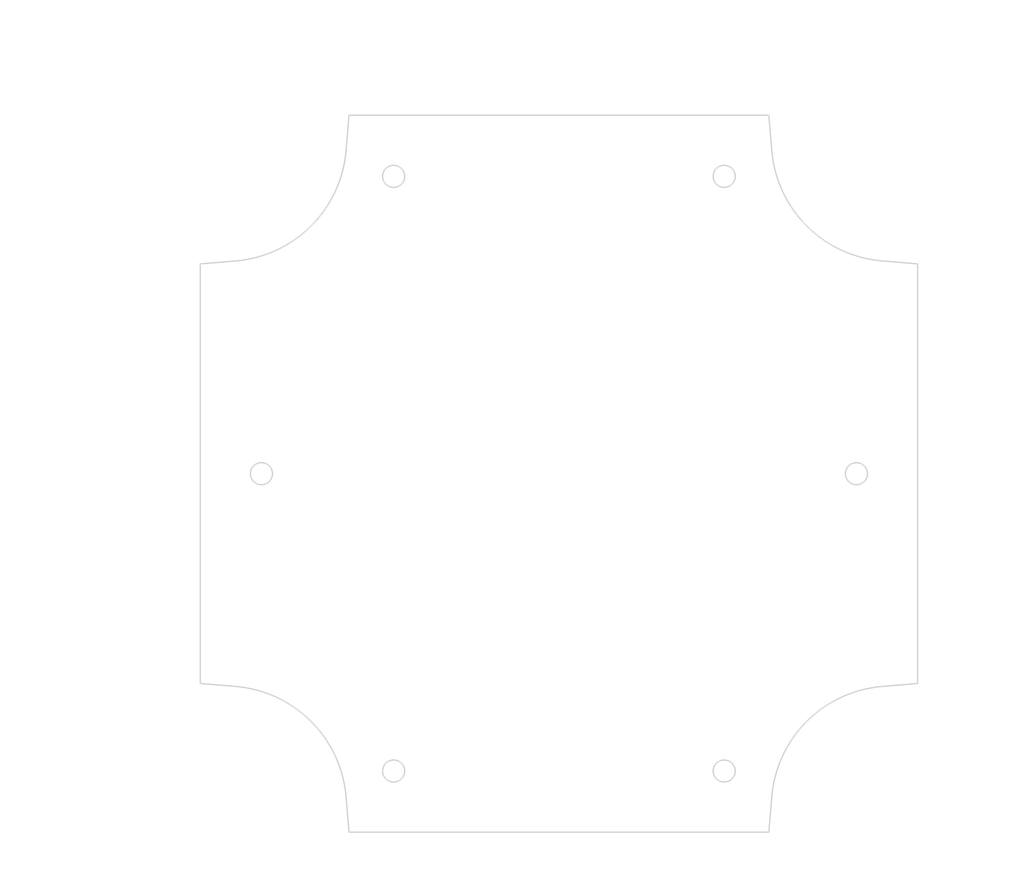
<source format=kicad_pcb>
(kicad_pcb (version 20171130) (host pcbnew "(5.1.0)-1")

  (general
    (thickness 1.6)
    (drawings 72)
    (tracks 0)
    (zones 0)
    (modules 0)
    (nets 1)
  )

  (page A4)
  (layers
    (0 F.Cu signal)
    (31 B.Cu signal)
    (32 B.Adhes user)
    (33 F.Adhes user)
    (34 B.Paste user)
    (35 F.Paste user)
    (36 B.SilkS user)
    (37 F.SilkS user)
    (38 B.Mask user)
    (39 F.Mask user)
    (40 Dwgs.User user)
    (41 Cmts.User user)
    (42 Eco1.User user)
    (43 Eco2.User user)
    (44 Edge.Cuts user)
    (45 Margin user)
    (46 B.CrtYd user)
    (47 F.CrtYd user)
    (48 B.Fab user)
    (49 F.Fab user)
  )

  (setup
    (last_trace_width 0.25)
    (trace_clearance 0.2)
    (zone_clearance 0.508)
    (zone_45_only no)
    (trace_min 0.2)
    (via_size 0.8)
    (via_drill 0.4)
    (via_min_size 0.4)
    (via_min_drill 0.3)
    (uvia_size 0.3)
    (uvia_drill 0.1)
    (uvias_allowed no)
    (uvia_min_size 0.2)
    (uvia_min_drill 0.1)
    (edge_width 0.05)
    (segment_width 0.2)
    (pcb_text_width 0.3)
    (pcb_text_size 1.5 1.5)
    (mod_edge_width 0.12)
    (mod_text_size 1 1)
    (mod_text_width 0.15)
    (pad_size 1.524 1.524)
    (pad_drill 0.762)
    (pad_to_mask_clearance 0.051)
    (solder_mask_min_width 0.25)
    (aux_axis_origin 0 0)
    (visible_elements FFFFFF7F)
    (pcbplotparams
      (layerselection 0x010fc_ffffffff)
      (usegerberextensions false)
      (usegerberattributes false)
      (usegerberadvancedattributes false)
      (creategerberjobfile false)
      (excludeedgelayer true)
      (linewidth 0.152400)
      (plotframeref false)
      (viasonmask false)
      (mode 1)
      (useauxorigin false)
      (hpglpennumber 1)
      (hpglpenspeed 20)
      (hpglpendiameter 15.000000)
      (psnegative false)
      (psa4output false)
      (plotreference true)
      (plotvalue true)
      (plotinvisibletext false)
      (padsonsilk false)
      (subtractmaskfromsilk false)
      (outputformat 1)
      (mirror false)
      (drillshape 1)
      (scaleselection 1)
      (outputdirectory ""))
  )

  (net 0 "")

  (net_class Default "This is the default net class."
    (clearance 0.2)
    (trace_width 0.25)
    (via_dia 0.8)
    (via_drill 0.4)
    (uvia_dia 0.3)
    (uvia_drill 0.1)
  )

  (gr_line (start 203.428275 128.633076) (end 203.428275 65.133076) (layer Edge.Cuts) (width 0.2))
  (gr_line (start 203.428275 65.133076) (end 198.068286 64.682985) (layer Edge.Cuts) (width 0.2))
  (gr_arc (start 199.598253 46.463098) (end 181.378366 47.993065) (angle -80.4) (layer Edge.Cuts) (width 0.2))
  (gr_line (start 181.378366 47.993065) (end 180.928275 42.633076) (layer Edge.Cuts) (width 0.2))
  (gr_line (start 180.928275 42.633076) (end 117.428275 42.633076) (layer Edge.Cuts) (width 0.2))
  (gr_line (start 117.428275 42.633076) (end 116.978184 47.993065) (layer Edge.Cuts) (width 0.2))
  (gr_arc (start 98.758297 46.463098) (end 100.288264 64.682985) (angle -80.4) (layer Edge.Cuts) (width 0.2))
  (gr_line (start 100.288264 64.682985) (end 94.928275 65.133076) (layer Edge.Cuts) (width 0.2))
  (gr_line (start 94.928275 65.133076) (end 94.928275 128.633076) (layer Edge.Cuts) (width 0.2))
  (gr_line (start 94.928275 128.633076) (end 100.288264 129.083167) (layer Edge.Cuts) (width 0.2))
  (gr_arc (start 98.758297 147.303053) (end 116.978184 145.773087) (angle -80.4) (layer Edge.Cuts) (width 0.2))
  (gr_line (start 116.978184 145.773087) (end 117.428275 151.133076) (layer Edge.Cuts) (width 0.2))
  (gr_line (start 117.428275 151.133076) (end 180.928275 151.133076) (layer Edge.Cuts) (width 0.2))
  (gr_line (start 180.928275 151.133076) (end 181.378366 145.773087) (layer Edge.Cuts) (width 0.2))
  (gr_arc (start 199.598253 147.303053) (end 198.068286 129.083167) (angle -80.4) (layer Edge.Cuts) (width 0.2))
  (gr_line (start 198.068286 129.083167) (end 203.428275 128.633076) (layer Edge.Cuts) (width 0.2))
  (gr_circle (center 174.178275 51.883076) (end 175.848275 51.883076) (layer Edge.Cuts) (width 0.2))
  (gr_circle (center 174.178275 141.883076) (end 175.848275 141.883076) (layer Edge.Cuts) (width 0.2))
  (gr_circle (center 124.178275 141.883076) (end 125.848275 141.883076) (layer Edge.Cuts) (width 0.2))
  (gr_circle (center 124.178275 51.883076) (end 125.848275 51.883076) (layer Edge.Cuts) (width 0.2))
  (gr_circle (center 104.178275 96.883076) (end 105.848275 96.883076) (layer Edge.Cuts) (width 0.2))
  (gr_circle (center 194.178275 96.883076) (end 195.848275 96.883076) (layer Edge.Cuts) (width 0.2))
  (gr_line (start 174.178275 141.973076) (end 174.178275 141.793076) (layer Dwgs.User) (width 0.2))
  (gr_line (start 174.088275 141.883076) (end 174.268275 141.883076) (layer Dwgs.User) (width 0.2))
  (gr_text " ∅3.34\n[∅0.13]" (at 188.49942 156.421076) (layer Dwgs.User)
    (effects (font (size 1.7 1.53) (thickness 0.2125)))
  )
  (gr_line (start 181.962551 156.421076) (end 175.910647 145.118472) (layer Dwgs.User) (width 0.2))
  (gr_line (start 183.962551 156.421076) (end 181.962551 156.421076) (layer Dwgs.User) (width 0.2))
  (gr_text 85.2° (at 190.245225 51.20045) (layer Dwgs.User)
    (effects (font (size 1.7 1.53) (thickness 0.2125)))
  )
  (gr_arc (start 180.928275 42.633076) (end 191.539765 49.532476) (angle -23.96830576) (layer Dwgs.User) (width 0.2))
  (gr_arc (start 180.928275 42.633076) (end 183.960938 54.921624) (angle -22.17225038) (layer Dwgs.User) (width 0.2))
  (gr_line (start 182.928275 42.633076) (end 196.760504 42.633076) (layer Dwgs.User) (width 0.2))
  (gr_line (start 181.462044 48.989558) (end 182.253082 58.409779) (layer Dwgs.User) (width 0.2))
  (gr_text [3.54] (at 78.178275 101.789111) (layer Dwgs.User)
    (effects (font (size 1.7 1.53) (thickness 0.2125)))
  )
  (gr_text " 90.00" (at 78.178275 98.231676) (layer Dwgs.User)
    (effects (font (size 1.7 1.53) (thickness 0.2125)))
  )
  (gr_line (start 78.178275 139.883076) (end 78.178275 103.457085) (layer Dwgs.User) (width 0.2))
  (gr_line (start 78.178275 53.883076) (end 78.178275 96.342215) (layer Dwgs.User) (width 0.2))
  (gr_line (start 123.178275 141.883076) (end 75.003275 141.883076) (layer Dwgs.User) (width 0.2))
  (gr_line (start 123.178275 51.883076) (end 75.003275 51.883076) (layer Dwgs.User) (width 0.2))
  (gr_text [1.97] (at 154.717567 40.935616) (layer Dwgs.User)
    (effects (font (size 1.7 1.53) (thickness 0.2125)))
  )
  (gr_text " 50.00" (at 154.717567 37.378181) (layer Dwgs.User)
    (effects (font (size 1.7 1.53) (thickness 0.2125)))
  )
  (gr_line (start 172.178275 39.046155) (end 158.762179 39.046155) (layer Dwgs.User) (width 0.2))
  (gr_line (start 126.178275 39.046155) (end 150.672956 39.046155) (layer Dwgs.User) (width 0.2))
  (gr_line (start 174.178275 50.883076) (end 174.178275 35.871155) (layer Dwgs.User) (width 0.2))
  (gr_line (start 124.178275 50.883076) (end 124.178275 35.871155) (layer Dwgs.User) (width 0.2))
  (gr_text [2.50] (at 86.853265 92.642157) (layer Dwgs.User)
    (effects (font (size 1.7 1.53) (thickness 0.2125)))
  )
  (gr_text " 63.50" (at 86.853265 89.084142) (layer Dwgs.User)
    (effects (font (size 1.7 1.53) (thickness 0.2125)))
  )
  (gr_line (start 86.853265 126.633076) (end 86.853265 94.310711) (layer Dwgs.User) (width 0.2))
  (gr_line (start 86.853265 67.133076) (end 86.853265 87.194681) (layer Dwgs.User) (width 0.2))
  (gr_line (start 93.928275 128.633076) (end 83.678265 128.633076) (layer Dwgs.User) (width 0.2))
  (gr_line (start 93.928275 65.133076) (end 83.678265 65.133076) (layer Dwgs.User) (width 0.2))
  (gr_text [2.50] (at 144.551244 36.12722) (layer Dwgs.User)
    (effects (font (size 1.7 1.53) (thickness 0.2125)))
  )
  (gr_text " 63.50" (at 144.551244 32.569205) (layer Dwgs.User)
    (effects (font (size 1.7 1.53) (thickness 0.2125)))
  )
  (gr_line (start 178.928275 34.237759) (end 148.595855 34.237759) (layer Dwgs.User) (width 0.2))
  (gr_line (start 119.428275 34.237759) (end 140.506633 34.237759) (layer Dwgs.User) (width 0.2))
  (gr_line (start 180.928275 41.633076) (end 180.928275 31.062759) (layer Dwgs.User) (width 0.2))
  (gr_line (start 117.428275 41.633076) (end 117.428275 31.062759) (layer Dwgs.User) (width 0.2))
  (gr_text [R0.72] (at 214.735035 151.478194) (layer Dwgs.User)
    (effects (font (size 1.7 1.53) (thickness 0.2125)))
  )
  (gr_text " R18.28" (at 214.735035 147.920759) (layer Dwgs.User)
    (effects (font (size 1.7 1.53) (thickness 0.2125)))
  )
  (gr_line (start 201.44135 149.588733) (end 189.376574 134.626843) (layer Dwgs.User) (width 0.2))
  (gr_line (start 209.828248 149.588733) (end 201.44135 149.588733) (layer Dwgs.User) (width 0.2))
  (gr_text [4.27] (at 69.390897 92.226387) (layer Dwgs.User)
    (effects (font (size 1.7 1.53) (thickness 0.2125)))
  )
  (gr_text " 108.50" (at 69.390897 88.668951) (layer Dwgs.User)
    (effects (font (size 1.7 1.53) (thickness 0.2125)))
  )
  (gr_line (start 69.390897 149.133076) (end 69.390897 93.894361) (layer Dwgs.User) (width 0.2))
  (gr_line (start 69.390897 44.633076) (end 69.390897 86.77949) (layer Dwgs.User) (width 0.2))
  (gr_line (start 116.428275 151.133076) (end 66.215897 151.133076) (layer Dwgs.User) (width 0.2))
  (gr_line (start 116.428275 42.633076) (end 66.215897 42.633076) (layer Dwgs.User) (width 0.2))
  (gr_text [4.27] (at 154.717567 30.357145) (layer Dwgs.User)
    (effects (font (size 1.7 1.53) (thickness 0.2125)))
  )
  (gr_text " 108.50" (at 154.717567 26.799709) (layer Dwgs.User)
    (effects (font (size 1.7 1.53) (thickness 0.2125)))
  )
  (gr_line (start 201.428275 28.467684) (end 159.422581 28.467684) (layer Dwgs.User) (width 0.2))
  (gr_line (start 96.928275 28.467684) (end 150.012554 28.467684) (layer Dwgs.User) (width 0.2))
  (gr_line (start 203.428275 64.133076) (end 203.428275 25.292684) (layer Dwgs.User) (width 0.2))
  (gr_line (start 94.928275 64.133076) (end 94.928275 25.292684) (layer Dwgs.User) (width 0.2))

)

</source>
